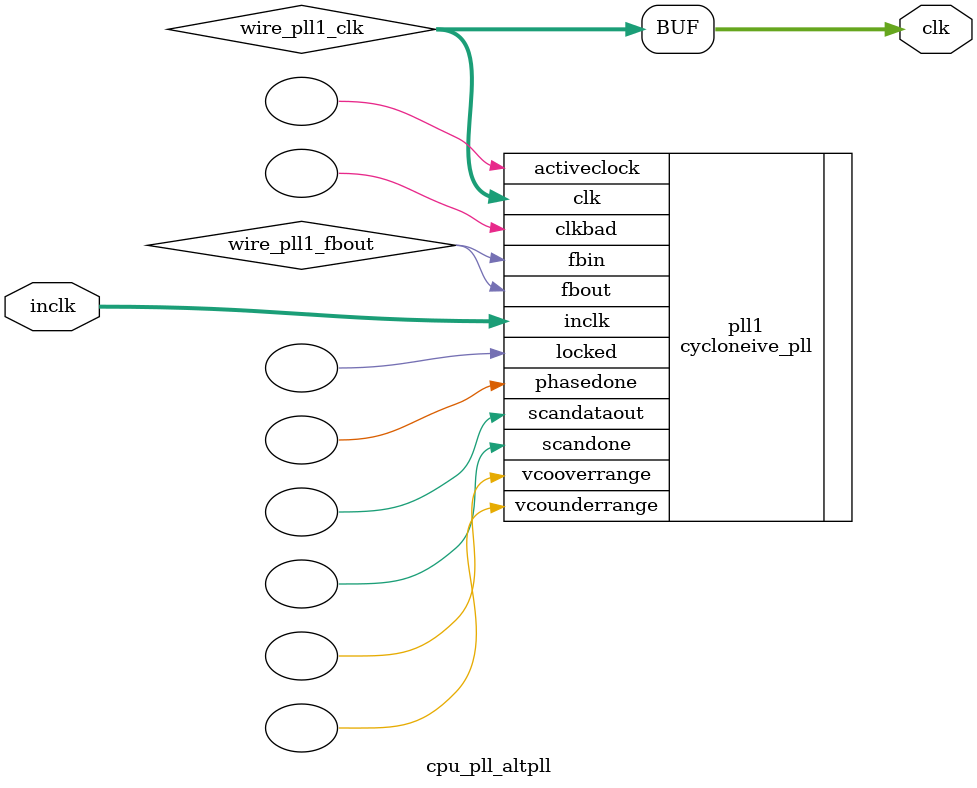
<source format=v>






//synthesis_resources = cycloneive_pll 1 
//synopsys translate_off
`timescale 1 ps / 1 ps
//synopsys translate_on
module  cpu_pll_altpll
	( 
	clk,
	inclk) /* synthesis synthesis_clearbox=1 */;
	output   [4:0]  clk;
	input   [1:0]  inclk;
`ifndef ALTERA_RESERVED_QIS
// synopsys translate_off
`endif
	tri0   [1:0]  inclk;
`ifndef ALTERA_RESERVED_QIS
// synopsys translate_on
`endif

	wire  [4:0]   wire_pll1_clk;
	wire  wire_pll1_fbout;

	cycloneive_pll   pll1
	( 
	.activeclock(),
	.clk(wire_pll1_clk),
	.clkbad(),
	.fbin(wire_pll1_fbout),
	.fbout(wire_pll1_fbout),
	.inclk(inclk),
	.locked(),
	.phasedone(),
	.scandataout(),
	.scandone(),
	.vcooverrange(),
	.vcounderrange()
	`ifndef FORMAL_VERIFICATION
	// synopsys translate_off
	`endif
	,
	.areset(1'b0),
	.clkswitch(1'b0),
	.configupdate(1'b0),
	.pfdena(1'b1),
	.phasecounterselect({3{1'b0}}),
	.phasestep(1'b0),
	.phaseupdown(1'b0),
	.scanclk(1'b0),
	.scanclkena(1'b1),
	.scandata(1'b0)
	`ifndef FORMAL_VERIFICATION
	// synopsys translate_on
	`endif
	);
	defparam
		pll1.bandwidth_type = "auto",
		pll1.clk0_divide_by = 25,
		pll1.clk0_duty_cycle = 50,
		pll1.clk0_multiply_by = 1,
		pll1.clk0_phase_shift = "0",
		pll1.clk1_divide_by = 1,
		pll1.clk1_duty_cycle = 50,
		pll1.clk1_multiply_by = 2,
		pll1.clk1_phase_shift = "0",
		pll1.compensate_clock = "clk0",
		pll1.inclk0_input_frequency = 40000,
		pll1.operation_mode = "normal",
		pll1.pll_type = "auto",
		pll1.lpm_type = "cycloneive_pll";
	assign
		clk = {wire_pll1_clk[4:0]};
endmodule //cpu_pll_altpll
//VALID FILE

</source>
